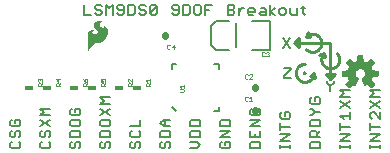
<source format=gbr>
G04 EAGLE Gerber RS-274X export*
G75*
%MOMM*%
%FSLAX34Y34*%
%LPD*%
%INSilkscreen Top*%
%IPPOS*%
%AMOC8*
5,1,8,0,0,1.08239X$1,22.5*%
G01*
%ADD10C,0.152400*%
%ADD11C,0.177800*%
%ADD12C,0.254000*%
%ADD13C,0.127000*%
%ADD14C,0.025400*%
%ADD15C,0.558800*%
%ADD16C,0.203200*%
%ADD17R,0.762000X0.457200*%

G36*
X314120Y75711D02*
X314120Y75711D01*
X314228Y75721D01*
X314241Y75727D01*
X314255Y75729D01*
X314352Y75777D01*
X314451Y75822D01*
X314464Y75833D01*
X314473Y75837D01*
X314488Y75853D01*
X314565Y75915D01*
X317150Y78500D01*
X317213Y78589D01*
X317279Y78674D01*
X317284Y78687D01*
X317292Y78699D01*
X317323Y78802D01*
X317359Y78905D01*
X317359Y78919D01*
X317363Y78932D01*
X317359Y79040D01*
X317360Y79149D01*
X317355Y79162D01*
X317355Y79176D01*
X317317Y79278D01*
X317282Y79380D01*
X317273Y79395D01*
X317269Y79404D01*
X317255Y79421D01*
X317201Y79503D01*
X314437Y82893D01*
X314994Y83975D01*
X315000Y83995D01*
X315042Y84090D01*
X315413Y85249D01*
X319764Y85692D01*
X319868Y85720D01*
X319974Y85745D01*
X319986Y85752D01*
X319999Y85755D01*
X320089Y85816D01*
X320182Y85873D01*
X320190Y85884D01*
X320202Y85892D01*
X320268Y85978D01*
X320337Y86062D01*
X320341Y86075D01*
X320350Y86086D01*
X320384Y86189D01*
X320423Y86290D01*
X320424Y86308D01*
X320428Y86317D01*
X320428Y86339D01*
X320437Y86437D01*
X320437Y90093D01*
X320420Y90200D01*
X320406Y90308D01*
X320400Y90320D01*
X320398Y90334D01*
X320346Y90430D01*
X320299Y90527D01*
X320289Y90537D01*
X320283Y90549D01*
X320203Y90623D01*
X320127Y90700D01*
X320115Y90706D01*
X320105Y90716D01*
X320006Y90761D01*
X319909Y90809D01*
X319891Y90813D01*
X319882Y90817D01*
X319861Y90819D01*
X319764Y90838D01*
X315413Y91281D01*
X315042Y92440D01*
X315033Y92457D01*
X315031Y92465D01*
X315027Y92472D01*
X314994Y92555D01*
X314437Y93637D01*
X317201Y97027D01*
X317255Y97121D01*
X317312Y97213D01*
X317315Y97226D01*
X317322Y97238D01*
X317343Y97345D01*
X317368Y97450D01*
X317366Y97464D01*
X317369Y97478D01*
X317354Y97585D01*
X317344Y97693D01*
X317338Y97706D01*
X317336Y97720D01*
X317288Y97817D01*
X317243Y97916D01*
X317232Y97929D01*
X317228Y97938D01*
X317212Y97953D01*
X317150Y98030D01*
X314565Y100615D01*
X314476Y100678D01*
X314391Y100744D01*
X314378Y100749D01*
X314366Y100757D01*
X314263Y100788D01*
X314160Y100824D01*
X314146Y100824D01*
X314133Y100828D01*
X314025Y100824D01*
X313916Y100825D01*
X313903Y100820D01*
X313889Y100820D01*
X313787Y100782D01*
X313685Y100747D01*
X313670Y100738D01*
X313661Y100734D01*
X313644Y100720D01*
X313562Y100666D01*
X310172Y97902D01*
X309090Y98459D01*
X309070Y98465D01*
X308975Y98507D01*
X307816Y98878D01*
X307373Y103229D01*
X307345Y103333D01*
X307320Y103439D01*
X307313Y103451D01*
X307310Y103464D01*
X307249Y103554D01*
X307192Y103647D01*
X307181Y103655D01*
X307173Y103667D01*
X307087Y103733D01*
X307003Y103802D01*
X306990Y103806D01*
X306979Y103815D01*
X306876Y103849D01*
X306775Y103888D01*
X306757Y103889D01*
X306748Y103893D01*
X306726Y103893D01*
X306628Y103902D01*
X302972Y103902D01*
X302865Y103885D01*
X302757Y103871D01*
X302745Y103865D01*
X302731Y103863D01*
X302635Y103811D01*
X302538Y103764D01*
X302528Y103754D01*
X302516Y103748D01*
X302442Y103668D01*
X302365Y103592D01*
X302359Y103580D01*
X302349Y103570D01*
X302304Y103471D01*
X302256Y103374D01*
X302252Y103356D01*
X302248Y103347D01*
X302246Y103326D01*
X302227Y103229D01*
X301784Y98878D01*
X300625Y98507D01*
X300607Y98497D01*
X300510Y98459D01*
X299428Y97902D01*
X296038Y100666D01*
X295944Y100720D01*
X295852Y100777D01*
X295839Y100780D01*
X295827Y100787D01*
X295720Y100808D01*
X295615Y100833D01*
X295601Y100831D01*
X295587Y100834D01*
X295480Y100819D01*
X295372Y100809D01*
X295359Y100803D01*
X295346Y100801D01*
X295248Y100753D01*
X295149Y100708D01*
X295136Y100697D01*
X295127Y100693D01*
X295112Y100677D01*
X295035Y100615D01*
X292450Y98030D01*
X292387Y97941D01*
X292321Y97856D01*
X292316Y97843D01*
X292308Y97831D01*
X292277Y97728D01*
X292241Y97625D01*
X292241Y97611D01*
X292237Y97598D01*
X292241Y97490D01*
X292240Y97381D01*
X292245Y97368D01*
X292245Y97354D01*
X292283Y97252D01*
X292318Y97150D01*
X292327Y97135D01*
X292331Y97126D01*
X292345Y97109D01*
X292399Y97027D01*
X295163Y93637D01*
X294606Y92555D01*
X294600Y92535D01*
X294558Y92440D01*
X294187Y91281D01*
X289836Y90838D01*
X289732Y90810D01*
X289626Y90785D01*
X289614Y90778D01*
X289601Y90775D01*
X289511Y90714D01*
X289418Y90657D01*
X289410Y90646D01*
X289398Y90638D01*
X289332Y90552D01*
X289264Y90468D01*
X289259Y90455D01*
X289250Y90444D01*
X289216Y90341D01*
X289177Y90240D01*
X289176Y90222D01*
X289172Y90213D01*
X289173Y90191D01*
X289163Y90093D01*
X289163Y86437D01*
X289180Y86330D01*
X289194Y86222D01*
X289200Y86210D01*
X289202Y86196D01*
X289254Y86100D01*
X289301Y86003D01*
X289311Y85993D01*
X289317Y85981D01*
X289397Y85907D01*
X289473Y85830D01*
X289485Y85824D01*
X289496Y85814D01*
X289594Y85769D01*
X289691Y85721D01*
X289709Y85717D01*
X289718Y85713D01*
X289739Y85711D01*
X289836Y85692D01*
X294187Y85249D01*
X294558Y84090D01*
X294568Y84072D01*
X294606Y83975D01*
X295163Y82893D01*
X292399Y79503D01*
X292345Y79409D01*
X292288Y79317D01*
X292285Y79304D01*
X292278Y79292D01*
X292257Y79185D01*
X292232Y79080D01*
X292234Y79066D01*
X292231Y79052D01*
X292246Y78945D01*
X292256Y78837D01*
X292262Y78824D01*
X292264Y78811D01*
X292312Y78713D01*
X292357Y78614D01*
X292368Y78601D01*
X292372Y78592D01*
X292388Y78577D01*
X292450Y78500D01*
X295035Y75915D01*
X295124Y75852D01*
X295209Y75786D01*
X295222Y75781D01*
X295234Y75773D01*
X295337Y75742D01*
X295440Y75706D01*
X295454Y75706D01*
X295467Y75702D01*
X295575Y75706D01*
X295684Y75705D01*
X295697Y75710D01*
X295711Y75710D01*
X295813Y75748D01*
X295915Y75783D01*
X295930Y75792D01*
X295939Y75796D01*
X295956Y75810D01*
X296038Y75864D01*
X299428Y78628D01*
X300510Y78071D01*
X300563Y78054D01*
X300612Y78028D01*
X300678Y78017D01*
X300742Y77996D01*
X300798Y77997D01*
X300852Y77988D01*
X300919Y77999D01*
X300986Y78000D01*
X301038Y78018D01*
X301093Y78027D01*
X301153Y78059D01*
X301216Y78082D01*
X301259Y78116D01*
X301309Y78142D01*
X301355Y78191D01*
X301407Y78233D01*
X301438Y78280D01*
X301476Y78320D01*
X301532Y78425D01*
X301540Y78438D01*
X301541Y78443D01*
X301545Y78450D01*
X303698Y83647D01*
X303718Y83731D01*
X303723Y83743D01*
X303725Y83759D01*
X303750Y83845D01*
X303749Y83865D01*
X303754Y83885D01*
X303746Y83967D01*
X303747Y83986D01*
X303743Y84006D01*
X303739Y84089D01*
X303732Y84108D01*
X303730Y84128D01*
X303698Y84197D01*
X303692Y84224D01*
X303677Y84248D01*
X303650Y84317D01*
X303637Y84332D01*
X303629Y84350D01*
X303584Y84399D01*
X303564Y84431D01*
X303532Y84457D01*
X303493Y84503D01*
X303472Y84518D01*
X303462Y84528D01*
X303441Y84540D01*
X303378Y84584D01*
X303375Y84586D01*
X303374Y84586D01*
X303372Y84588D01*
X302488Y85083D01*
X301809Y85710D01*
X301295Y86479D01*
X300975Y87347D01*
X300867Y88264D01*
X300980Y89199D01*
X301311Y90080D01*
X301843Y90857D01*
X302544Y91486D01*
X303374Y91929D01*
X304286Y92163D01*
X305228Y92173D01*
X306144Y91959D01*
X306984Y91534D01*
X307698Y90921D01*
X308247Y90156D01*
X308598Y89282D01*
X308731Y88350D01*
X308639Y87413D01*
X308327Y86525D01*
X307812Y85737D01*
X307125Y85093D01*
X306226Y84587D01*
X306186Y84554D01*
X306144Y84532D01*
X306113Y84499D01*
X306065Y84464D01*
X306052Y84447D01*
X306036Y84434D01*
X306001Y84380D01*
X305977Y84354D01*
X305964Y84323D01*
X305922Y84266D01*
X305916Y84246D01*
X305905Y84228D01*
X305887Y84155D01*
X305877Y84132D01*
X305874Y84108D01*
X305851Y84033D01*
X305852Y84012D01*
X305847Y83991D01*
X305854Y83907D01*
X305853Y83889D01*
X305856Y83873D01*
X305859Y83789D01*
X305867Y83763D01*
X305868Y83748D01*
X305878Y83726D01*
X305902Y83647D01*
X306210Y82902D01*
X306211Y82902D01*
X306521Y82153D01*
X306831Y81404D01*
X306831Y81403D01*
X307142Y80655D01*
X307142Y80654D01*
X307452Y79905D01*
X307762Y79156D01*
X307763Y79156D01*
X308055Y78450D01*
X308084Y78403D01*
X308105Y78351D01*
X308148Y78300D01*
X308184Y78243D01*
X308227Y78208D01*
X308263Y78165D01*
X308320Y78131D01*
X308372Y78088D01*
X308424Y78069D01*
X308472Y78040D01*
X308538Y78026D01*
X308601Y78002D01*
X308656Y78000D01*
X308710Y77989D01*
X308777Y77996D01*
X308844Y77994D01*
X308898Y78010D01*
X308953Y78017D01*
X309064Y78061D01*
X309078Y78065D01*
X309082Y78068D01*
X309090Y78071D01*
X310172Y78628D01*
X313562Y75864D01*
X313656Y75810D01*
X313748Y75753D01*
X313761Y75750D01*
X313773Y75743D01*
X313880Y75722D01*
X313985Y75697D01*
X313999Y75699D01*
X314013Y75696D01*
X314120Y75711D01*
G37*
G36*
X74325Y107640D02*
X74325Y107640D01*
X74325Y107738D01*
X74824Y108236D01*
X74824Y108237D01*
X75124Y108737D01*
X75624Y109236D01*
X75624Y109237D01*
X76124Y109837D01*
X77324Y111036D01*
X77324Y111037D01*
X77924Y111737D01*
X78524Y112436D01*
X79523Y113436D01*
X80023Y113736D01*
X80522Y114035D01*
X81120Y114135D01*
X83020Y114135D01*
X83021Y114135D01*
X84221Y114335D01*
X85321Y114635D01*
X85322Y114636D01*
X85322Y114635D01*
X86322Y115035D01*
X86322Y115036D01*
X86323Y115036D01*
X87323Y115636D01*
X88123Y116336D01*
X88124Y116336D01*
X88924Y117136D01*
X88924Y117137D01*
X89624Y118037D01*
X89624Y118038D01*
X90624Y119838D01*
X90625Y119839D01*
X91125Y121739D01*
X91125Y121740D01*
X91225Y123440D01*
X91225Y123441D01*
X90925Y125041D01*
X90925Y125042D01*
X90425Y126542D01*
X90424Y126542D01*
X90424Y126543D01*
X89724Y127643D01*
X88924Y128543D01*
X88923Y128543D01*
X88923Y128544D01*
X88123Y129044D01*
X88121Y129044D01*
X88121Y129045D01*
X88119Y129044D01*
X88116Y129043D01*
X88116Y129041D01*
X88115Y129040D01*
X88115Y128141D01*
X88015Y127842D01*
X87916Y127643D01*
X87617Y127344D01*
X87319Y127245D01*
X87021Y127245D01*
X86222Y127445D01*
X85822Y127644D01*
X85523Y127844D01*
X85123Y128144D01*
X84524Y128743D01*
X84324Y129043D01*
X84125Y129342D01*
X84025Y129741D01*
X84025Y130339D01*
X84125Y130638D01*
X84224Y130838D01*
X84424Y131137D01*
X84823Y131436D01*
X85222Y131635D01*
X85721Y131735D01*
X86121Y131835D01*
X86719Y131835D01*
X86918Y131736D01*
X86919Y131736D01*
X86920Y131735D01*
X87020Y131735D01*
X87021Y131736D01*
X87023Y131736D01*
X87023Y131738D01*
X87025Y131739D01*
X87023Y131741D01*
X87024Y131744D01*
X86924Y131844D01*
X86923Y131844D01*
X86523Y132144D01*
X86522Y132144D01*
X85122Y132844D01*
X85121Y132844D01*
X85121Y132845D01*
X84221Y133045D01*
X84220Y133045D01*
X83220Y133045D01*
X83219Y133045D01*
X82119Y132845D01*
X82118Y132844D01*
X81018Y132244D01*
X81017Y132244D01*
X80117Y131544D01*
X80117Y131543D01*
X80116Y131543D01*
X79616Y130743D01*
X79616Y130742D01*
X79615Y130742D01*
X79315Y129842D01*
X79315Y129841D01*
X79316Y129841D01*
X79315Y129840D01*
X79315Y129040D01*
X79316Y129039D01*
X79315Y129039D01*
X79515Y128139D01*
X79516Y128138D01*
X80016Y127238D01*
X80016Y127237D01*
X80716Y126437D01*
X81516Y125537D01*
X81516Y125536D01*
X82216Y124837D01*
X82515Y124039D01*
X82515Y123341D01*
X82316Y122743D01*
X81917Y122244D01*
X81318Y121845D01*
X80519Y121645D01*
X79720Y121645D01*
X79221Y121745D01*
X78723Y121944D01*
X78124Y122543D01*
X77925Y122842D01*
X77825Y123141D01*
X77825Y123539D01*
X77924Y123837D01*
X78523Y124436D01*
X78822Y124535D01*
X78822Y124536D01*
X79222Y124736D01*
X79223Y124737D01*
X79224Y124736D01*
X79324Y124836D01*
X79324Y124837D01*
X79324Y124839D01*
X79324Y124843D01*
X79323Y124843D01*
X79322Y124844D01*
X78922Y125044D01*
X78921Y125044D01*
X78920Y125045D01*
X77720Y125045D01*
X77719Y125045D01*
X77119Y124945D01*
X76619Y124845D01*
X76619Y124844D01*
X76618Y124845D01*
X76118Y124645D01*
X76118Y124644D01*
X76117Y124644D01*
X75717Y124344D01*
X75217Y123944D01*
X75217Y123943D01*
X75216Y123943D01*
X74616Y122943D01*
X74616Y122942D01*
X74615Y122941D01*
X74415Y122241D01*
X74315Y121441D01*
X74315Y121440D01*
X74315Y107640D01*
X74319Y107635D01*
X74325Y107640D01*
G37*
D10*
X321818Y24892D02*
X321818Y27773D01*
X321818Y26333D02*
X313175Y26333D01*
X313175Y27773D02*
X313175Y24892D01*
X313175Y31129D02*
X321818Y31129D01*
X321818Y36891D02*
X313175Y31129D01*
X313175Y36891D02*
X321818Y36891D01*
X321818Y43365D02*
X313175Y43365D01*
X313175Y40484D02*
X313175Y46246D01*
X321818Y49839D02*
X321818Y55601D01*
X321818Y49839D02*
X316056Y55601D01*
X314615Y55601D01*
X313175Y54161D01*
X313175Y51280D01*
X314615Y49839D01*
X313175Y59194D02*
X321818Y64957D01*
X321818Y59194D02*
X313175Y64957D01*
X313175Y68550D02*
X321818Y68550D01*
X316056Y71431D02*
X313175Y68550D01*
X316056Y71431D02*
X313175Y74312D01*
X321818Y74312D01*
X296418Y27773D02*
X296418Y24892D01*
X296418Y26333D02*
X287775Y26333D01*
X287775Y27773D02*
X287775Y24892D01*
X287775Y31129D02*
X296418Y31129D01*
X296418Y36891D02*
X287775Y31129D01*
X287775Y36891D02*
X296418Y36891D01*
X296418Y43365D02*
X287775Y43365D01*
X287775Y40484D02*
X287775Y46246D01*
X290656Y49839D02*
X287775Y52720D01*
X296418Y52720D01*
X296418Y49839D02*
X296418Y55601D01*
X296418Y64957D02*
X287775Y59194D01*
X287775Y64957D02*
X296418Y59194D01*
X296418Y68550D02*
X287775Y68550D01*
X290656Y71431D01*
X287775Y74312D01*
X296418Y74312D01*
X271018Y24892D02*
X262375Y24892D01*
X271018Y24892D02*
X271018Y29214D01*
X269577Y30654D01*
X263815Y30654D01*
X262375Y29214D01*
X262375Y24892D01*
X262375Y34247D02*
X271018Y34247D01*
X262375Y34247D02*
X262375Y38569D01*
X263815Y40009D01*
X266696Y40009D01*
X268137Y38569D01*
X268137Y34247D01*
X268137Y37128D02*
X271018Y40009D01*
X271018Y43602D02*
X262375Y43602D01*
X271018Y43602D02*
X271018Y47924D01*
X269577Y49365D01*
X263815Y49365D01*
X262375Y47924D01*
X262375Y43602D01*
X262375Y52958D02*
X263815Y52958D01*
X266696Y55839D01*
X263815Y58720D01*
X262375Y58720D01*
X266696Y55839D02*
X271018Y55839D01*
X262375Y66634D02*
X263815Y68075D01*
X262375Y66634D02*
X262375Y63753D01*
X263815Y62313D01*
X269577Y62313D01*
X271018Y63753D01*
X271018Y66634D01*
X269577Y68075D01*
X266696Y68075D01*
X266696Y65194D01*
X245618Y27773D02*
X245618Y24892D01*
X245618Y26333D02*
X236975Y26333D01*
X236975Y27773D02*
X236975Y24892D01*
X236975Y31129D02*
X245618Y31129D01*
X245618Y36891D02*
X236975Y31129D01*
X236975Y36891D02*
X245618Y36891D01*
X245618Y43365D02*
X236975Y43365D01*
X236975Y40484D02*
X236975Y46246D01*
X236975Y54161D02*
X238415Y55601D01*
X236975Y54161D02*
X236975Y51280D01*
X238415Y49839D01*
X244177Y49839D01*
X245618Y51280D01*
X245618Y54161D01*
X244177Y55601D01*
X241296Y55601D01*
X241296Y52720D01*
X220218Y24892D02*
X211575Y24892D01*
X220218Y24892D02*
X220218Y29214D01*
X218777Y30654D01*
X213015Y30654D01*
X211575Y29214D01*
X211575Y24892D01*
X211575Y34247D02*
X211575Y40009D01*
X211575Y34247D02*
X220218Y34247D01*
X220218Y40009D01*
X215896Y37128D02*
X215896Y34247D01*
X211575Y43602D02*
X220218Y43602D01*
X220218Y49365D02*
X211575Y43602D01*
X211575Y49365D02*
X220218Y49365D01*
X211575Y57279D02*
X213015Y58720D01*
X211575Y57279D02*
X211575Y54398D01*
X213015Y52958D01*
X218777Y52958D01*
X220218Y54398D01*
X220218Y57279D01*
X218777Y58720D01*
X215896Y58720D01*
X215896Y55839D01*
X166537Y24892D02*
X160775Y24892D01*
X166537Y24892D02*
X169418Y27773D01*
X166537Y30654D01*
X160775Y30654D01*
X160775Y34247D02*
X169418Y34247D01*
X169418Y38569D01*
X167977Y40009D01*
X162215Y40009D01*
X160775Y38569D01*
X160775Y34247D01*
X160775Y43602D02*
X169418Y43602D01*
X169418Y47924D01*
X167977Y49365D01*
X162215Y49365D01*
X160775Y47924D01*
X160775Y43602D01*
X186175Y29214D02*
X187615Y30654D01*
X186175Y29214D02*
X186175Y26333D01*
X187615Y24892D01*
X193377Y24892D01*
X194818Y26333D01*
X194818Y29214D01*
X193377Y30654D01*
X190496Y30654D01*
X190496Y27773D01*
X186175Y34247D02*
X194818Y34247D01*
X194818Y40009D02*
X186175Y34247D01*
X186175Y40009D02*
X194818Y40009D01*
X194818Y43602D02*
X186175Y43602D01*
X194818Y43602D02*
X194818Y47924D01*
X193377Y49365D01*
X187615Y49365D01*
X186175Y47924D01*
X186175Y43602D01*
X136815Y30654D02*
X135375Y29214D01*
X135375Y26333D01*
X136815Y24892D01*
X138256Y24892D01*
X139696Y26333D01*
X139696Y29214D01*
X141137Y30654D01*
X142577Y30654D01*
X144018Y29214D01*
X144018Y26333D01*
X142577Y24892D01*
X144018Y34247D02*
X135375Y34247D01*
X144018Y34247D02*
X144018Y38569D01*
X142577Y40009D01*
X136815Y40009D01*
X135375Y38569D01*
X135375Y34247D01*
X138256Y43602D02*
X144018Y43602D01*
X138256Y43602D02*
X135375Y46484D01*
X138256Y49365D01*
X144018Y49365D01*
X139696Y49365D02*
X139696Y43602D01*
X111415Y30654D02*
X109975Y29214D01*
X109975Y26333D01*
X111415Y24892D01*
X112856Y24892D01*
X114296Y26333D01*
X114296Y29214D01*
X115737Y30654D01*
X117177Y30654D01*
X118618Y29214D01*
X118618Y26333D01*
X117177Y24892D01*
X109975Y38569D02*
X111415Y40009D01*
X109975Y38569D02*
X109975Y35688D01*
X111415Y34247D01*
X117177Y34247D01*
X118618Y35688D01*
X118618Y38569D01*
X117177Y40009D01*
X118618Y43602D02*
X109975Y43602D01*
X118618Y43602D02*
X118618Y49365D01*
X86015Y30654D02*
X84575Y29214D01*
X84575Y26333D01*
X86015Y24892D01*
X87456Y24892D01*
X88896Y26333D01*
X88896Y29214D01*
X90337Y30654D01*
X91777Y30654D01*
X93218Y29214D01*
X93218Y26333D01*
X91777Y24892D01*
X93218Y34247D02*
X84575Y34247D01*
X93218Y34247D02*
X93218Y38569D01*
X91777Y40009D01*
X86015Y40009D01*
X84575Y38569D01*
X84575Y34247D01*
X84575Y45043D02*
X84575Y47924D01*
X84575Y45043D02*
X86015Y43602D01*
X91777Y43602D01*
X93218Y45043D01*
X93218Y47924D01*
X91777Y49365D01*
X86015Y49365D01*
X84575Y47924D01*
X84575Y52958D02*
X93218Y58720D01*
X93218Y52958D02*
X84575Y58720D01*
X84575Y62313D02*
X93218Y62313D01*
X87456Y65194D02*
X84575Y62313D01*
X87456Y65194D02*
X84575Y68075D01*
X93218Y68075D01*
X60615Y30654D02*
X59175Y29214D01*
X59175Y26333D01*
X60615Y24892D01*
X62056Y24892D01*
X63496Y26333D01*
X63496Y29214D01*
X64937Y30654D01*
X66377Y30654D01*
X67818Y29214D01*
X67818Y26333D01*
X66377Y24892D01*
X67818Y34247D02*
X59175Y34247D01*
X67818Y34247D02*
X67818Y38569D01*
X66377Y40009D01*
X60615Y40009D01*
X59175Y38569D01*
X59175Y34247D01*
X59175Y45043D02*
X59175Y47924D01*
X59175Y45043D02*
X60615Y43602D01*
X66377Y43602D01*
X67818Y45043D01*
X67818Y47924D01*
X66377Y49365D01*
X60615Y49365D01*
X59175Y47924D01*
X59175Y57279D02*
X60615Y58720D01*
X59175Y57279D02*
X59175Y54398D01*
X60615Y52958D01*
X66377Y52958D01*
X67818Y54398D01*
X67818Y57279D01*
X66377Y58720D01*
X63496Y58720D01*
X63496Y55839D01*
X35215Y30654D02*
X33775Y29214D01*
X33775Y26333D01*
X35215Y24892D01*
X40977Y24892D01*
X42418Y26333D01*
X42418Y29214D01*
X40977Y30654D01*
X33775Y38569D02*
X35215Y40009D01*
X33775Y38569D02*
X33775Y35688D01*
X35215Y34247D01*
X36656Y34247D01*
X38096Y35688D01*
X38096Y38569D01*
X39537Y40009D01*
X40977Y40009D01*
X42418Y38569D01*
X42418Y35688D01*
X40977Y34247D01*
X33775Y43602D02*
X42418Y49365D01*
X42418Y43602D02*
X33775Y49365D01*
X33775Y52958D02*
X42418Y52958D01*
X36656Y55839D02*
X33775Y52958D01*
X36656Y55839D02*
X33775Y58720D01*
X42418Y58720D01*
X9815Y30654D02*
X8375Y29214D01*
X8375Y26333D01*
X9815Y24892D01*
X15577Y24892D01*
X17018Y26333D01*
X17018Y29214D01*
X15577Y30654D01*
X8375Y38569D02*
X9815Y40009D01*
X8375Y38569D02*
X8375Y35688D01*
X9815Y34247D01*
X11256Y34247D01*
X12696Y35688D01*
X12696Y38569D01*
X14137Y40009D01*
X15577Y40009D01*
X17018Y38569D01*
X17018Y35688D01*
X15577Y34247D01*
X8375Y47924D02*
X9815Y49365D01*
X8375Y47924D02*
X8375Y45043D01*
X9815Y43602D01*
X15577Y43602D01*
X17018Y45043D01*
X17018Y47924D01*
X15577Y49365D01*
X12696Y49365D01*
X12696Y46484D01*
X239522Y118625D02*
X245284Y109982D01*
X239522Y109982D02*
X245284Y118625D01*
X276352Y81795D02*
X276352Y80355D01*
X279233Y77474D01*
X282114Y80355D01*
X282114Y81795D01*
X279233Y77474D02*
X279233Y73152D01*
X246089Y93225D02*
X240327Y93225D01*
X246089Y93225D02*
X246089Y91785D01*
X240327Y86023D01*
X240327Y84582D01*
X246089Y84582D01*
X70751Y137922D02*
X70751Y146565D01*
X70751Y137922D02*
X76513Y137922D01*
X84428Y146565D02*
X85868Y145125D01*
X84428Y146565D02*
X81547Y146565D01*
X80106Y145125D01*
X80106Y143684D01*
X81547Y142244D01*
X84428Y142244D01*
X85868Y140803D01*
X85868Y139363D01*
X84428Y137922D01*
X81547Y137922D01*
X80106Y139363D01*
X89461Y137922D02*
X89461Y146565D01*
X92342Y143684D01*
X95223Y146565D01*
X95223Y137922D01*
X98816Y139363D02*
X100257Y137922D01*
X103138Y137922D01*
X104579Y139363D01*
X104579Y145125D01*
X103138Y146565D01*
X100257Y146565D01*
X98816Y145125D01*
X98816Y143684D01*
X100257Y142244D01*
X104579Y142244D01*
X108172Y146565D02*
X108172Y137922D01*
X112493Y137922D01*
X113934Y139363D01*
X113934Y145125D01*
X112493Y146565D01*
X108172Y146565D01*
X121848Y146565D02*
X123289Y145125D01*
X121848Y146565D02*
X118967Y146565D01*
X117527Y145125D01*
X117527Y143684D01*
X118967Y142244D01*
X121848Y142244D01*
X123289Y140803D01*
X123289Y139363D01*
X121848Y137922D01*
X118967Y137922D01*
X117527Y139363D01*
X126882Y139363D02*
X126882Y145125D01*
X128323Y146565D01*
X131204Y146565D01*
X132644Y145125D01*
X132644Y139363D01*
X131204Y137922D01*
X128323Y137922D01*
X126882Y139363D01*
X132644Y145125D01*
X145592Y139363D02*
X147033Y137922D01*
X149914Y137922D01*
X151355Y139363D01*
X151355Y145125D01*
X149914Y146565D01*
X147033Y146565D01*
X145592Y145125D01*
X145592Y143684D01*
X147033Y142244D01*
X151355Y142244D01*
X154948Y146565D02*
X154948Y137922D01*
X159269Y137922D01*
X160710Y139363D01*
X160710Y145125D01*
X159269Y146565D01*
X154948Y146565D01*
X165743Y146565D02*
X168624Y146565D01*
X165743Y146565D02*
X164303Y145125D01*
X164303Y139363D01*
X165743Y137922D01*
X168624Y137922D01*
X170065Y139363D01*
X170065Y145125D01*
X168624Y146565D01*
X173658Y146565D02*
X173658Y137922D01*
X173658Y146565D02*
X179420Y146565D01*
X176539Y142244D02*
X173658Y142244D01*
X192368Y137922D02*
X192368Y146565D01*
X196690Y146565D01*
X198131Y145125D01*
X198131Y143684D01*
X196690Y142244D01*
X198131Y140803D01*
X198131Y139363D01*
X196690Y137922D01*
X192368Y137922D01*
X192368Y142244D02*
X196690Y142244D01*
X201723Y143684D02*
X201723Y137922D01*
X201723Y140803D02*
X204605Y143684D01*
X206045Y143684D01*
X210960Y137922D02*
X213841Y137922D01*
X210960Y137922D02*
X209519Y139363D01*
X209519Y142244D01*
X210960Y143684D01*
X213841Y143684D01*
X215282Y142244D01*
X215282Y140803D01*
X209519Y140803D01*
X220315Y143684D02*
X223196Y143684D01*
X224637Y142244D01*
X224637Y137922D01*
X220315Y137922D01*
X218875Y139363D01*
X220315Y140803D01*
X224637Y140803D01*
X228230Y137922D02*
X228230Y146565D01*
X228230Y140803D02*
X232552Y137922D01*
X228230Y140803D02*
X232552Y143684D01*
X237466Y137922D02*
X240347Y137922D01*
X241788Y139363D01*
X241788Y142244D01*
X240347Y143684D01*
X237466Y143684D01*
X236026Y142244D01*
X236026Y139363D01*
X237466Y137922D01*
X245381Y139363D02*
X245381Y143684D01*
X245381Y139363D02*
X246822Y137922D01*
X251143Y137922D01*
X251143Y143684D01*
X256177Y145125D02*
X256177Y139363D01*
X257617Y137922D01*
X257617Y143684D02*
X254736Y143684D01*
D11*
X257175Y88900D02*
X257177Y88950D01*
X257183Y88999D01*
X257193Y89048D01*
X257206Y89096D01*
X257223Y89143D01*
X257244Y89188D01*
X257269Y89232D01*
X257296Y89273D01*
X257327Y89312D01*
X257361Y89349D01*
X257398Y89383D01*
X257437Y89414D01*
X257478Y89441D01*
X257522Y89466D01*
X257567Y89487D01*
X257614Y89504D01*
X257662Y89517D01*
X257711Y89527D01*
X257760Y89533D01*
X257810Y89535D01*
X257860Y89533D01*
X257909Y89527D01*
X257958Y89517D01*
X258006Y89504D01*
X258053Y89487D01*
X258098Y89466D01*
X258142Y89441D01*
X258183Y89414D01*
X258222Y89383D01*
X258259Y89349D01*
X258293Y89312D01*
X258324Y89273D01*
X258351Y89232D01*
X258376Y89188D01*
X258397Y89143D01*
X258414Y89096D01*
X258427Y89048D01*
X258437Y88999D01*
X258443Y88950D01*
X258445Y88900D01*
X258443Y88850D01*
X258437Y88801D01*
X258427Y88752D01*
X258414Y88704D01*
X258397Y88657D01*
X258376Y88612D01*
X258351Y88568D01*
X258324Y88527D01*
X258293Y88488D01*
X258259Y88451D01*
X258222Y88417D01*
X258183Y88386D01*
X258142Y88359D01*
X258098Y88334D01*
X258053Y88313D01*
X258006Y88296D01*
X257958Y88283D01*
X257909Y88273D01*
X257860Y88267D01*
X257810Y88265D01*
X257760Y88267D01*
X257711Y88273D01*
X257662Y88283D01*
X257614Y88296D01*
X257567Y88313D01*
X257522Y88334D01*
X257478Y88359D01*
X257437Y88386D01*
X257398Y88417D01*
X257361Y88451D01*
X257327Y88488D01*
X257296Y88527D01*
X257269Y88568D01*
X257244Y88612D01*
X257223Y88657D01*
X257206Y88704D01*
X257193Y88752D01*
X257183Y88801D01*
X257177Y88850D01*
X257175Y88900D01*
D12*
X257810Y96520D02*
X257624Y96518D01*
X257438Y96511D01*
X257252Y96500D01*
X257067Y96484D01*
X256882Y96463D01*
X256698Y96438D01*
X256514Y96409D01*
X256331Y96375D01*
X256149Y96337D01*
X255968Y96294D01*
X255788Y96247D01*
X255609Y96195D01*
X255432Y96139D01*
X255256Y96079D01*
X255081Y96015D01*
X254908Y95946D01*
X254737Y95873D01*
X254568Y95796D01*
X254400Y95715D01*
X254235Y95629D01*
X254072Y95540D01*
X253911Y95447D01*
X253752Y95350D01*
X253596Y95249D01*
X253442Y95144D01*
X253291Y95035D01*
X253143Y94923D01*
X252997Y94808D01*
X252854Y94688D01*
X252714Y94566D01*
X252577Y94439D01*
X252444Y94310D01*
X252313Y94177D01*
X252186Y94042D01*
X252062Y93903D01*
X251942Y93761D01*
X251825Y93616D01*
X251712Y93469D01*
X251602Y93319D01*
X251496Y93166D01*
X251394Y93010D01*
X251295Y92852D01*
X251201Y92692D01*
X251110Y92530D01*
X251023Y92365D01*
X250941Y92198D01*
X250862Y92030D01*
X250788Y91859D01*
X250718Y91687D01*
X250652Y91513D01*
X250590Y91337D01*
X250533Y91160D01*
X250480Y90982D01*
X250431Y90802D01*
X250387Y90622D01*
X250347Y90440D01*
X250312Y90257D01*
X250281Y90074D01*
X250255Y89889D01*
X250233Y89705D01*
X250215Y89519D01*
X250202Y89334D01*
X250194Y89148D01*
X250190Y88962D01*
X250191Y88776D01*
X250196Y88590D01*
X250206Y88404D01*
X250221Y88219D01*
X250239Y88034D01*
X250263Y87849D01*
X250291Y87665D01*
X250323Y87482D01*
X250360Y87300D01*
X250401Y87118D01*
X250447Y86938D01*
X250497Y86759D01*
X250552Y86581D01*
X250610Y86404D01*
X250673Y86229D01*
X250741Y86056D01*
X250812Y85884D01*
X250888Y85714D01*
X250968Y85546D01*
X251052Y85380D01*
X251140Y85216D01*
X251232Y85054D01*
X251328Y84895D01*
X251427Y84738D01*
X251531Y84583D01*
X251638Y84431D01*
X251749Y84282D01*
X251864Y84135D01*
X251982Y83991D01*
X252103Y83851D01*
X252228Y83713D01*
X252356Y83578D01*
X252488Y83446D01*
X252623Y83318D01*
X252761Y83193D01*
X252901Y83072D01*
X253045Y82954D01*
X253192Y82839D01*
X253341Y82728D01*
X253493Y82621D01*
X253648Y82517D01*
X253805Y82418D01*
X253964Y82322D01*
X254126Y82230D01*
X254290Y82142D01*
X254456Y82058D01*
X254624Y81978D01*
X254794Y81902D01*
X254966Y81831D01*
X255139Y81763D01*
X255314Y81700D01*
X255491Y81642D01*
X255669Y81587D01*
X255848Y81537D01*
X256028Y81491D01*
X256210Y81450D01*
X256392Y81413D01*
X256575Y81381D01*
X256759Y81353D01*
X256944Y81329D01*
X257129Y81311D01*
X257314Y81296D01*
X257500Y81286D01*
X257686Y81281D01*
X257872Y81280D01*
X258058Y81284D01*
X258244Y81292D01*
X258429Y81305D01*
X258615Y81323D01*
X258799Y81345D01*
X258984Y81371D01*
X259167Y81402D01*
X259350Y81437D01*
X259532Y81477D01*
X259712Y81521D01*
X259892Y81570D01*
X260070Y81623D01*
X260247Y81680D01*
X260423Y81742D01*
X260597Y81808D01*
X260769Y81878D01*
X260940Y81952D01*
X261108Y82031D01*
X261275Y82113D01*
X261440Y82200D01*
X261602Y82291D01*
X261762Y82385D01*
X261920Y82484D01*
X262076Y82586D01*
X262229Y82692D01*
X262379Y82802D01*
X262526Y82915D01*
X262671Y83032D01*
X262813Y83152D01*
X262952Y83276D01*
X263087Y83403D01*
X263220Y83534D01*
X263349Y83667D01*
X263476Y83804D01*
X263598Y83944D01*
X263718Y84087D01*
X263833Y84233D01*
X263945Y84381D01*
X264054Y84532D01*
X264159Y84686D01*
X264260Y84842D01*
X264357Y85001D01*
X264450Y85162D01*
X264539Y85325D01*
X264625Y85490D01*
X264706Y85658D01*
X264783Y85827D01*
X264856Y85998D01*
X264925Y86171D01*
X264989Y86346D01*
X265049Y86522D01*
X265105Y86699D01*
X265157Y86878D01*
X265204Y87058D01*
X265247Y87239D01*
X265285Y87421D01*
X265319Y87604D01*
X265348Y87788D01*
X265373Y87972D01*
X265394Y88157D01*
X265410Y88342D01*
X265421Y88528D01*
X265428Y88714D01*
X265430Y88900D01*
X262128Y86614D01*
X266700Y84582D01*
X265430Y88900D01*
D13*
X265430Y87630D02*
X264160Y87630D01*
D12*
X264414Y86614D02*
X265176Y85598D01*
X258953Y108736D02*
X259091Y108611D01*
X259231Y108489D01*
X259375Y108370D01*
X259521Y108255D01*
X259670Y108144D01*
X259821Y108036D01*
X259976Y107932D01*
X260132Y107831D01*
X260291Y107735D01*
X260453Y107643D01*
X260617Y107554D01*
X260782Y107470D01*
X260950Y107389D01*
X261120Y107313D01*
X261291Y107241D01*
X261464Y107173D01*
X261639Y107109D01*
X261816Y107050D01*
X261993Y106995D01*
X262172Y106944D01*
X262352Y106897D01*
X262534Y106856D01*
X262716Y106818D01*
X262899Y106785D01*
X263083Y106757D01*
X263267Y106732D01*
X263452Y106713D01*
X263638Y106698D01*
X263824Y106687D01*
X264010Y106681D01*
X264196Y106680D01*
X264382Y106683D01*
X264568Y106691D01*
X264753Y106703D01*
X264938Y106720D01*
X265123Y106741D01*
X265308Y106767D01*
X265491Y106797D01*
X265674Y106832D01*
X265856Y106871D01*
X266037Y106915D01*
X266216Y106963D01*
X266395Y107015D01*
X266572Y107072D01*
X266748Y107133D01*
X266922Y107198D01*
X267095Y107268D01*
X267265Y107342D01*
X267434Y107419D01*
X267601Y107501D01*
X267766Y107587D01*
X267929Y107677D01*
X268090Y107771D01*
X268248Y107869D01*
X268404Y107971D01*
X268557Y108077D01*
X268708Y108186D01*
X268856Y108299D01*
X269001Y108415D01*
X269143Y108535D01*
X269282Y108658D01*
X269418Y108785D01*
X269551Y108915D01*
X269681Y109048D01*
X269808Y109185D01*
X269931Y109324D01*
X270051Y109466D01*
X270167Y109612D01*
X270280Y109760D01*
X270389Y109911D01*
X270494Y110064D01*
X270596Y110220D01*
X270693Y110378D01*
X270787Y110539D01*
X270877Y110702D01*
X270963Y110867D01*
X271045Y111034D01*
X271122Y111203D01*
X271196Y111374D01*
X271265Y111547D01*
X271330Y111721D01*
X271391Y111897D01*
X271448Y112074D01*
X271500Y112252D01*
X271548Y112432D01*
X271591Y112613D01*
X271630Y112795D01*
X271664Y112978D01*
X271694Y113162D01*
X271720Y113346D01*
X271741Y113531D01*
X271758Y113716D01*
X271770Y113902D01*
X271777Y114088D01*
X271780Y114274D01*
X271778Y114460D01*
X271772Y114646D01*
X271761Y114831D01*
X271746Y115017D01*
X271726Y115202D01*
X271702Y115386D01*
X271673Y115570D01*
X271640Y115753D01*
X271602Y115935D01*
X271560Y116116D01*
X271514Y116297D01*
X271463Y116476D01*
X271408Y116653D01*
X271348Y116829D01*
X271284Y117004D01*
X271216Y117177D01*
X271144Y117349D01*
X271067Y117518D01*
X270986Y117686D01*
X270902Y117852D01*
X270813Y118015D01*
X270720Y118176D01*
X270624Y118335D01*
X270523Y118492D01*
X270419Y118646D01*
X270311Y118798D01*
X270199Y118947D01*
X270084Y119093D01*
X269965Y119236D01*
X269843Y119376D01*
X269718Y119513D01*
X269589Y119647D01*
X269456Y119778D01*
X269321Y119906D01*
X269183Y120030D01*
X269041Y120151D01*
X268897Y120269D01*
X268750Y120383D01*
X268600Y120493D01*
X268447Y120599D01*
X268292Y120702D01*
X268135Y120801D01*
X267975Y120896D01*
X267813Y120987D01*
X267648Y121075D01*
X267482Y121158D01*
X267314Y121237D01*
X267143Y121312D01*
X266971Y121382D01*
X266797Y121449D01*
X266622Y121511D01*
X266445Y121569D01*
X266267Y121623D01*
X266088Y121672D01*
X265907Y121717D01*
X265726Y121757D01*
X265543Y121793D01*
X265360Y121825D01*
X265176Y121852D01*
X264991Y121875D01*
X264806Y121893D01*
X264620Y121906D01*
X264434Y121915D01*
X264248Y121919D01*
X264062Y121919D01*
X263876Y121915D01*
X263691Y121906D01*
X263505Y121892D01*
X263320Y121874D01*
X263135Y121851D01*
X262951Y121824D01*
X262768Y121792D01*
X262585Y121756D01*
X262404Y121715D01*
X262223Y121670D01*
X262044Y121620D01*
X261866Y121566D01*
X261689Y121508D01*
X261514Y121446D01*
X261340Y121379D01*
X261168Y121308D01*
X260998Y121233D01*
X260830Y121154D01*
X260663Y121070D01*
X260499Y120983D01*
X260337Y120892D01*
X260177Y120796D01*
X260020Y120697D01*
X259865Y120594D01*
X259713Y120487D01*
X259563Y120377D01*
X259416Y120263D01*
X259272Y120145D01*
X259130Y120024D01*
X258992Y119900D01*
X258857Y119772D01*
X258725Y119641D01*
X258596Y119507D01*
X262569Y118920D01*
X260619Y123527D01*
X258596Y119507D01*
D13*
X259464Y120434D02*
X260391Y119566D01*
D12*
X260900Y120481D02*
X261038Y121744D01*
X274193Y105894D02*
X274059Y105765D01*
X273928Y105633D01*
X273800Y105498D01*
X273676Y105360D01*
X273555Y105218D01*
X273437Y105074D01*
X273323Y104927D01*
X273213Y104777D01*
X273106Y104625D01*
X273003Y104470D01*
X272904Y104313D01*
X272808Y104153D01*
X272717Y103991D01*
X272630Y103827D01*
X272546Y103660D01*
X272467Y103492D01*
X272392Y103322D01*
X272321Y103150D01*
X272254Y102976D01*
X272192Y102801D01*
X272134Y102624D01*
X272080Y102446D01*
X272030Y102267D01*
X271985Y102086D01*
X271944Y101905D01*
X271908Y101722D01*
X271876Y101539D01*
X271849Y101355D01*
X271826Y101170D01*
X271808Y100985D01*
X271794Y100799D01*
X271785Y100614D01*
X271781Y100428D01*
X271781Y100242D01*
X271785Y100056D01*
X271794Y99870D01*
X271807Y99684D01*
X271825Y99499D01*
X271848Y99314D01*
X271875Y99130D01*
X271907Y98947D01*
X271943Y98764D01*
X271983Y98583D01*
X272028Y98402D01*
X272077Y98223D01*
X272131Y98045D01*
X272189Y97868D01*
X272251Y97693D01*
X272318Y97519D01*
X272388Y97347D01*
X272463Y97176D01*
X272542Y97008D01*
X272625Y96842D01*
X272713Y96677D01*
X272804Y96515D01*
X272899Y96355D01*
X272998Y96198D01*
X273101Y96043D01*
X273207Y95890D01*
X273317Y95740D01*
X273431Y95593D01*
X273549Y95449D01*
X273670Y95307D01*
X273794Y95169D01*
X273922Y95034D01*
X274053Y94901D01*
X274187Y94772D01*
X274324Y94647D01*
X274464Y94525D01*
X274607Y94406D01*
X274753Y94291D01*
X274902Y94179D01*
X275054Y94071D01*
X275208Y93967D01*
X275365Y93866D01*
X275524Y93770D01*
X275685Y93677D01*
X275848Y93588D01*
X276014Y93504D01*
X276182Y93423D01*
X276351Y93346D01*
X276523Y93274D01*
X276696Y93206D01*
X276871Y93142D01*
X277047Y93082D01*
X277224Y93027D01*
X277403Y92976D01*
X277584Y92930D01*
X277765Y92888D01*
X277947Y92850D01*
X278130Y92817D01*
X278314Y92788D01*
X278498Y92764D01*
X278683Y92744D01*
X278869Y92729D01*
X279054Y92718D01*
X279240Y92712D01*
X279426Y92710D01*
X279612Y92713D01*
X279798Y92720D01*
X279984Y92732D01*
X280169Y92749D01*
X280354Y92770D01*
X280538Y92796D01*
X280722Y92826D01*
X280905Y92860D01*
X281087Y92899D01*
X281268Y92942D01*
X281448Y92990D01*
X281626Y93042D01*
X281803Y93099D01*
X281979Y93160D01*
X282153Y93225D01*
X282326Y93294D01*
X282497Y93368D01*
X282666Y93445D01*
X282833Y93527D01*
X282998Y93613D01*
X283161Y93703D01*
X283322Y93797D01*
X283480Y93894D01*
X283636Y93996D01*
X283789Y94101D01*
X283940Y94210D01*
X284088Y94323D01*
X284234Y94439D01*
X284376Y94559D01*
X284515Y94682D01*
X284652Y94809D01*
X284785Y94939D01*
X284915Y95072D01*
X285042Y95208D01*
X285165Y95347D01*
X285285Y95489D01*
X285401Y95634D01*
X285514Y95782D01*
X285623Y95933D01*
X285729Y96086D01*
X285831Y96242D01*
X285929Y96400D01*
X286023Y96561D01*
X286113Y96724D01*
X286199Y96889D01*
X286281Y97056D01*
X286358Y97225D01*
X286432Y97395D01*
X286502Y97568D01*
X286567Y97742D01*
X286628Y97918D01*
X286685Y98095D01*
X286737Y98274D01*
X286785Y98453D01*
X286829Y98634D01*
X286868Y98816D01*
X286903Y98999D01*
X286933Y99182D01*
X286959Y99367D01*
X286980Y99552D01*
X286997Y99737D01*
X287009Y99922D01*
X287017Y100108D01*
X287020Y100294D01*
X287019Y100480D01*
X287013Y100666D01*
X287002Y100852D01*
X286987Y101038D01*
X286968Y101223D01*
X286943Y101407D01*
X286915Y101591D01*
X286882Y101774D01*
X286844Y101956D01*
X286803Y102138D01*
X286756Y102318D01*
X286705Y102497D01*
X286650Y102674D01*
X286591Y102851D01*
X286527Y103026D01*
X286459Y103199D01*
X286387Y103370D01*
X286311Y103540D01*
X286230Y103708D01*
X286146Y103873D01*
X286057Y104037D01*
X285965Y104199D01*
X285869Y104358D01*
X285768Y104514D01*
X285664Y104669D01*
X285556Y104820D01*
X285445Y104969D01*
X285330Y105115D01*
X285211Y105259D01*
X285089Y105399D01*
X284964Y105537D01*
X274193Y105894D02*
X274781Y101921D01*
X270173Y103871D01*
X274193Y105894D01*
D13*
X273266Y103756D02*
X274134Y102829D01*
D12*
X273219Y102320D02*
X271956Y102182D01*
X279400Y114300D02*
X248920Y114300D01*
X279400Y114300D02*
X279400Y83820D01*
X248920Y114300D02*
X252730Y118110D01*
X252730Y110490D01*
X248920Y114300D01*
X279400Y83820D02*
X283210Y87630D01*
X275590Y87630D01*
X279400Y83820D01*
D13*
X149100Y56200D02*
X145100Y60200D01*
X145100Y92200D02*
X145100Y96200D01*
X149100Y96200D01*
X185100Y96200D02*
X185100Y92200D01*
X185100Y96200D02*
X181100Y96200D01*
X185100Y60200D02*
X185100Y56200D01*
X181100Y56200D01*
D14*
X154939Y72585D02*
X151762Y72585D01*
X154939Y72585D02*
X155575Y73220D01*
X155575Y74492D01*
X154939Y75127D01*
X151762Y75127D01*
X153033Y76327D02*
X151762Y77598D01*
X155575Y77598D01*
X155575Y76327D02*
X155575Y78869D01*
D15*
X215900Y76505D02*
X215900Y75895D01*
D14*
X209679Y87125D02*
X209044Y87760D01*
X207773Y87760D01*
X207137Y87125D01*
X207137Y84583D01*
X207773Y83947D01*
X209044Y83947D01*
X209679Y84583D01*
X210879Y83947D02*
X213421Y83947D01*
X210879Y83947D02*
X213421Y86489D01*
X213421Y87125D01*
X212786Y87760D01*
X211515Y87760D01*
X210879Y87125D01*
D15*
X215900Y57455D02*
X215900Y56845D01*
D14*
X209679Y68075D02*
X209044Y68710D01*
X207773Y68710D01*
X207137Y68075D01*
X207137Y65533D01*
X207773Y64897D01*
X209044Y64897D01*
X209679Y65533D01*
X210879Y67439D02*
X212150Y68710D01*
X212150Y64897D01*
X210879Y64897D02*
X213421Y64897D01*
D15*
X139700Y120345D02*
X139700Y120955D01*
D14*
X143139Y112906D02*
X143775Y112271D01*
X143139Y112906D02*
X141868Y112906D01*
X141233Y112271D01*
X141233Y109729D01*
X141868Y109093D01*
X143139Y109093D01*
X143775Y109729D01*
X146882Y109093D02*
X146882Y112906D01*
X144975Y111000D01*
X147517Y111000D01*
D16*
X213200Y132650D02*
X228200Y132650D01*
X228200Y108650D01*
X213200Y108650D01*
X193200Y132650D02*
X182200Y132650D01*
X178200Y128650D01*
X178200Y112650D01*
X182200Y108650D01*
X193200Y108650D01*
D13*
X199390Y110490D02*
X199390Y130810D01*
D14*
X223149Y106716D02*
X223785Y106081D01*
X223149Y106716D02*
X221878Y106716D01*
X221243Y106081D01*
X221243Y103539D01*
X221878Y102903D01*
X223149Y102903D01*
X223785Y103539D01*
X224985Y106081D02*
X225620Y106716D01*
X226892Y106716D01*
X227527Y106081D01*
X227527Y105445D01*
X226892Y104810D01*
X226256Y104810D01*
X226892Y104810D02*
X227527Y104174D01*
X227527Y103539D01*
X226892Y102903D01*
X225620Y102903D01*
X224985Y103539D01*
D17*
X115570Y76200D03*
D14*
X123314Y77733D02*
X127127Y77733D01*
X123314Y77733D02*
X123314Y79639D01*
X123949Y80275D01*
X125220Y80275D01*
X125856Y79639D01*
X125856Y77733D01*
X125856Y79004D02*
X127127Y80275D01*
X124585Y81475D02*
X123314Y82746D01*
X127127Y82746D01*
X127127Y81475D02*
X127127Y84017D01*
D17*
X100330Y76200D03*
D14*
X108074Y77733D02*
X111887Y77733D01*
X108074Y77733D02*
X108074Y79639D01*
X108709Y80275D01*
X109980Y80275D01*
X110616Y79639D01*
X110616Y77733D01*
X110616Y79004D02*
X111887Y80275D01*
X111887Y81475D02*
X111887Y84017D01*
X111887Y81475D02*
X109345Y84017D01*
X108709Y84017D01*
X108074Y83382D01*
X108074Y82110D01*
X108709Y81475D01*
D17*
X24130Y76200D03*
D14*
X31874Y77733D02*
X35687Y77733D01*
X31874Y77733D02*
X31874Y79639D01*
X32509Y80275D01*
X33780Y80275D01*
X34416Y79639D01*
X34416Y77733D01*
X34416Y79004D02*
X35687Y80275D01*
X32509Y81475D02*
X31874Y82110D01*
X31874Y83382D01*
X32509Y84017D01*
X33145Y84017D01*
X33780Y83382D01*
X33780Y82746D01*
X33780Y83382D02*
X34416Y84017D01*
X35051Y84017D01*
X35687Y83382D01*
X35687Y82110D01*
X35051Y81475D01*
D17*
X39370Y76200D03*
D14*
X47114Y77733D02*
X50927Y77733D01*
X47114Y77733D02*
X47114Y79639D01*
X47749Y80275D01*
X49020Y80275D01*
X49656Y79639D01*
X49656Y77733D01*
X49656Y79004D02*
X50927Y80275D01*
X50927Y83382D02*
X47114Y83382D01*
X49020Y81475D01*
X49020Y84017D01*
D17*
X77470Y76200D03*
D14*
X85214Y77733D02*
X89027Y77733D01*
X85214Y77733D02*
X85214Y79639D01*
X85849Y80275D01*
X87120Y80275D01*
X87756Y79639D01*
X87756Y77733D01*
X87756Y79004D02*
X89027Y80275D01*
X85214Y81475D02*
X85214Y84017D01*
X85214Y81475D02*
X87120Y81475D01*
X86485Y82746D01*
X86485Y83382D01*
X87120Y84017D01*
X88391Y84017D01*
X89027Y83382D01*
X89027Y82110D01*
X88391Y81475D01*
D17*
X62230Y76200D03*
D14*
X69974Y77733D02*
X73787Y77733D01*
X69974Y77733D02*
X69974Y79639D01*
X70609Y80275D01*
X71880Y80275D01*
X72516Y79639D01*
X72516Y77733D01*
X72516Y79004D02*
X73787Y80275D01*
X70609Y82746D02*
X69974Y84017D01*
X70609Y82746D02*
X71880Y81475D01*
X73151Y81475D01*
X73787Y82110D01*
X73787Y83382D01*
X73151Y84017D01*
X72516Y84017D01*
X71880Y83382D01*
X71880Y81475D01*
M02*

</source>
